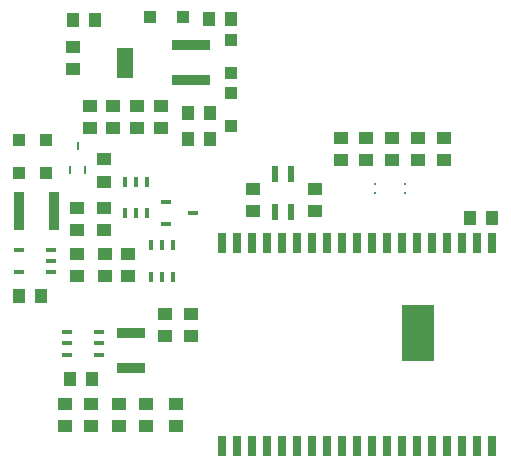
<source format=gbr>
G04 DipTrace 3.3.1.3*
G04 TopPaste.gbr*
%MOIN*%
G04 #@! TF.FileFunction,Paste,Top*
G04 #@! TF.Part,Single*
%ADD94R,0.110079X0.188819*%
%ADD96R,0.027402X0.070709*%
%ADD102R,0.015591X0.035276*%
%ADD104R,0.054961X0.102205*%
%ADD106R,0.047087X0.00378*%
%ADD112R,0.035276X0.015591*%
%ADD116R,0.011654X0.011654*%
%ADD118R,0.011654X0.025433*%
%ADD120R,0.033307X0.017559*%
%ADD122R,0.035276X0.125827*%
%ADD124R,0.098268X0.037244*%
%ADD126R,0.125827X0.035276*%
%ADD156R,0.023465X0.054961*%
%ADD160R,0.039213X0.039213*%
%ADD162R,0.04315X0.051024*%
%ADD164R,0.051024X0.04315*%
%FSLAX26Y26*%
G04*
G70*
G90*
G75*
G01*
G04 TopPaste*
%LPD*%
D164*
X1314118Y917638D3*
Y842835D3*
D162*
X920417Y1897953D3*
X995220D3*
D164*
X1054276Y1610551D3*
Y1535748D3*
D162*
X1373173Y1901890D3*
X1447976D3*
X1377110Y1500315D3*
X1302307D3*
X2243252Y1236535D3*
X2318055D3*
D164*
X2070024Y1429449D3*
Y1504252D3*
D162*
X739315Y976693D3*
X814118D3*
D164*
X932228Y1271969D3*
Y1197165D3*
X1105457Y1118425D3*
Y1043622D3*
X1164512Y618425D3*
Y543622D3*
X1227504Y917638D3*
Y842835D3*
D162*
X909449Y700988D3*
X984252D3*
D164*
X1262937Y618425D3*
Y543622D3*
X1073961Y618425D3*
Y543622D3*
X920417Y1732598D3*
Y1807402D3*
D160*
X739315Y1386142D3*
Y1496378D3*
X1286559Y1905827D3*
X1176323D3*
X1447976Y1831024D3*
Y1720787D3*
Y1543622D3*
Y1653858D3*
X829866Y1496378D3*
Y1386142D3*
D156*
X1593646Y1256220D3*
Y1382205D3*
X1648764Y1256220D3*
Y1382205D3*
D126*
X1314118Y1815276D3*
Y1697165D3*
D124*
X1113331Y854646D3*
Y736535D3*
D122*
X739336Y1260157D3*
X857446D3*
D120*
X1231441Y1291654D3*
Y1216850D3*
X1321992Y1254252D3*
D118*
X910572Y1395984D3*
X961759D3*
X936165Y1478661D3*
D164*
X980524Y618425D3*
Y543622D3*
X895328D3*
Y618425D3*
X975535Y1610551D3*
Y1535748D3*
X1518843Y1334961D3*
Y1260157D3*
X1727504Y1334961D3*
Y1260157D3*
D162*
X1377110Y1586929D3*
X1302307D3*
D164*
X1213724Y1535748D3*
Y1610551D3*
X1133016Y1535748D3*
Y1610551D3*
X1022780Y1271969D3*
Y1197165D3*
Y1433386D3*
Y1358583D3*
X1026717Y1118425D3*
Y1043622D3*
X2156638Y1504252D3*
Y1429449D3*
X1983409D3*
Y1504252D3*
X1814118D3*
Y1429449D3*
X1896795D3*
Y1504252D3*
X932228Y1118425D3*
Y1043622D3*
D116*
X2026717Y1350709D3*
Y1319213D3*
X1928291D3*
Y1350709D3*
D112*
X1006213Y782004D3*
Y819406D3*
Y856807D3*
X899913D3*
Y819406D3*
Y782004D3*
D106*
X1007031Y1819213D3*
Y1793622D3*
Y1768031D3*
Y1742441D3*
Y1716850D3*
Y1691260D3*
X1180260D3*
Y1716850D3*
Y1742441D3*
Y1768031D3*
Y1793622D3*
Y1819213D3*
D104*
X1093646Y1755236D3*
D102*
X1180260Y1039685D3*
X1217661D3*
X1255063D3*
Y1145984D3*
X1217661D3*
X1180260D3*
D96*
X2318055Y1153858D3*
X2268055Y1154252D3*
X2218055D3*
X2168055D3*
X2118055D3*
X2068055D3*
X2018055D3*
X1968055D3*
X1918055D3*
X1868055D3*
X1818055D3*
X1768055D3*
X1718055D3*
X1668055D3*
X1668436Y476218D3*
X1718436D3*
X1768436D3*
X1818434D3*
X1868436D3*
X1418436D3*
X1468436D3*
X1518436D3*
X1568436D3*
X1618436D3*
X1918094Y476220D3*
X1968094D3*
X2018094D3*
X2068094D3*
X2118094D3*
X2168094D3*
X2218094D3*
X2268094D3*
X2318094D3*
D94*
X2069945Y853858D3*
D96*
X1618395Y1154248D3*
X1568395D3*
X1518395D3*
X1468395D3*
X1418395D3*
D102*
X1168449Y1358583D3*
X1131047D3*
X1093646D3*
Y1252283D3*
X1131047D3*
X1168449D3*
D112*
X845614Y1055433D3*
Y1092835D3*
Y1130236D3*
X739315D3*
Y1055433D3*
M02*

</source>
